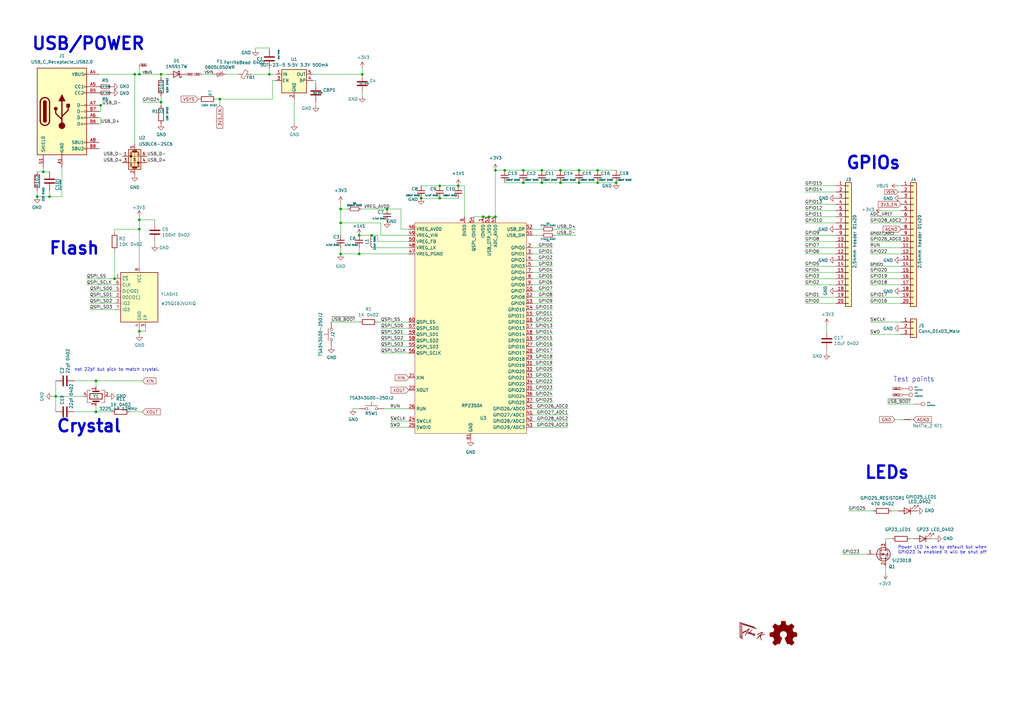
<source format=kicad_sch>
(kicad_sch (version 20231120) (generator "eeschema") (generator_version "8.0")
  (paper "A3")
  (title_block (title "EnvOpenPico") (date "2020-12-18") (company "Envious.Design"))
  (junction (at 57.15 30.48))
  (junction (at 198.12 88.9))
  (junction (at 139.7 104.14))
  (junction (at 237.49 69.85))
  (junction (at 187.96 76.2))
  (junction (at 139.7 91.44))
  (junction (at 237.49 74.93))
  (junction (at 39.37 156.21))
  (junction (at 57.15 90.17))
  (junction (at 229.87 74.93))
  (junction (at 66.04 41.91))
  (junction (at 15.24 80.645))
  (junction (at 20.32 80.645))
  (junction (at 203.2 69.85))
  (junction (at 180.34 81.28))
  (junction (at 57.15 135.89))
  (junction (at 152.4 96.52))
  (junction (at 22.86 162.56))
  (junction (at 180.34 76.2))
  (junction (at 66.04 30.48))
  (junction (at 139.7 85.725))
  (junction (at 41.275 43.18))
  (junction (at 222.25 69.85))
  (junction (at 245.11 69.85))
  (junction (at 229.87 69.85))
  (junction (at 214.63 69.85))
  (junction (at 252.73 74.93))
  (junction (at 147.32 96.52))
  (junction (at 148.59 30.48))
  (junction (at 158.75 85.725))
  (junction (at 39.37 168.91))
  (junction (at 46.99 114.3))
  (junction (at 245.11 74.93))
  (junction (at 207.01 69.85))
  (junction (at 90.17 40.64))
  (junction (at 17.78 70.485))
  (junction (at 55.245 30.48))
  (junction (at 214.63 74.93))
  (junction (at 222.25 74.93))
  (junction (at 172.72 81.28))
  (junction (at 147.32 104.14))
  (junction (at 203.2 88.9))
  (junction (at 110.49 30.48))
  (junction (at 200.66 88.9))
  (junction (at 57.15 93.98))
  (wire (pts (xy 139.7 83.185) (xy 139.7 85.725)))
  (wire (pts (xy 41.275 50.8) (xy 40.64 50.8)))
  (wire (pts (xy 147.32 104.14) (xy 167.64 104.14)))
  (wire (pts (xy 342.9 86.36) (xy 330.2 86.36)))
  (wire (pts (xy 66.04 41.91) (xy 66.04 43.18)))
  (wire (pts (xy 342.9 76.2) (xy 330.2 76.2)))
  (wire (pts (xy 226.695 165.1) (xy 218.44 165.1)))
  (wire (pts (xy 374.65 220.98) (xy 373.38 220.98)))
  (wire (pts (xy 22.86 162.56) (xy 21.59 162.56)))
  (wire (pts (xy 156.21 91.44) (xy 139.7 91.44)))
  (wire (pts (xy 358.14 209.55) (xy 347.98 209.55)))
  (wire (pts (xy 139.7 85.725) (xy 139.7 91.44)))
  (wire (pts (xy 57.15 93.98) (xy 57.15 109.22)))
  (wire (pts (xy 167.64 144.78) (xy 156.21 144.78)))
  (wire (pts (xy 148.59 27.94) (xy 148.59 30.48)))
  (wire (pts (xy 214.63 69.85) (xy 222.25 69.85)))
  (wire (pts (xy 382.27 220.98) (xy 383.54 220.98)))
  (wire (pts (xy 46.99 95.25) (xy 46.99 93.98)))
  (wire (pts (xy 46.99 127) (xy 36.83 127)))
  (wire (pts (xy 218.44 172.72) (xy 233.045 172.72)))
  (wire (pts (xy 46.99 119.38) (xy 36.83 119.38)))
  (wire (pts (xy 369.57 91.44) (xy 356.87 91.44)))
  (wire (pts (xy 90.17 40.64) (xy 90.17 43.18)))
  (wire (pts (xy 363.22 220.98) (xy 365.76 220.98)))
  (wire (pts (xy 110.49 19.685) (xy 110.49 20.32)))
  (wire (pts (xy 363.855 165.735) (xy 375.285 165.735)))
  (wire (pts (xy 330.2 109.22) (xy 342.9 109.22)))
  (wire (pts (xy 63.5 99.06) (xy 63.5 100.33)))
  (wire (pts (xy 39.37 156.21) (xy 58.42 156.21)))
  (wire (pts (xy 226.695 132.08) (xy 218.44 132.08)))
  (wire (pts (xy 172.72 76.2) (xy 180.34 76.2)))
  (wire (pts (xy 369.57 78.74) (xy 368.3 78.74)))
  (wire (pts (xy 226.695 111.76) (xy 218.44 111.76)))
  (wire (pts (xy 226.695 154.94) (xy 218.44 154.94)))
  (wire (pts (xy 226.695 109.22) (xy 218.44 109.22)))
  (wire (pts (xy 342.9 88.9) (xy 330.2 88.9)))
  (wire (pts (xy 342.9 96.52) (xy 330.2 96.52)))
  (wire (pts (xy 129.54 34.29) (xy 129.54 33.02)))
  (wire (pts (xy 369.57 172.085) (xy 367.03 172.085)))
  (wire (pts (xy 342.9 99.06) (xy 330.2 99.06)))
  (wire (pts (xy 330.2 91.44) (xy 342.9 91.44)))
  (wire (pts (xy 226.695 160.02) (xy 218.44 160.02)))
  (wire (pts (xy 187.96 76.2) (xy 190.5 76.2)))
  (wire (pts (xy 110.49 30.48) (xy 113.03 30.48)))
  (wire (pts (xy 198.12 88.9) (xy 194.31 88.9)))
  (wire (pts (xy 17.78 70.485) (xy 15.24 70.485)))
  (wire (pts (xy 342.9 83.82) (xy 330.2 83.82)))
  (wire (pts (xy 222.25 96.52) (xy 218.44 96.52)))
  (wire (pts (xy 120.65 40.64) (xy 120.65 50.8)))
  (wire (pts (xy 41.275 48.26) (xy 40.64 48.26)))
  (wire (pts (xy 139.7 104.14) (xy 147.32 104.14)))
  (wire (pts (xy 342.9 121.92) (xy 330.2 121.92)))
  (wire (pts (xy 356.87 137.16) (xy 369.57 137.16)))
  (wire (pts (xy 203.2 69.85) (xy 203.2 88.9)))
  (wire (pts (xy 365.76 209.55) (xy 368.3 209.55)))
  (wire (pts (xy 22.86 168.91) (xy 22.86 162.56)))
  (wire (pts (xy 369.57 99.06) (xy 356.87 99.06)))
  (wire (pts (xy 342.9 124.46) (xy 330.2 124.46)))
  (wire (pts (xy 363.22 234.95) (xy 363.22 232.41)))
  (wire (pts (xy 226.695 152.4) (xy 218.44 152.4)))
  (wire (pts (xy 342.9 111.76) (xy 330.2 111.76)))
  (wire (pts (xy 17.78 68.58) (xy 17.78 70.485)))
  (wire (pts (xy 356.87 101.6) (xy 369.57 101.6)))
  (wire (pts (xy 245.11 69.85) (xy 252.73 69.85)))
  (wire (pts (xy 102.87 30.48) (xy 110.49 30.48)))
  (wire (pts (xy 66.04 30.48) (xy 66.04 31.75)))
  (wire (pts (xy 41.275 50.8) (xy 41.275 48.26)))
  (wire (pts (xy 172.72 81.28) (xy 180.34 81.28)))
  (wire (pts (xy 222.25 69.85) (xy 229.87 69.85)))
  (wire (pts (xy 226.695 139.7) (xy 218.44 139.7)))
  (wire (pts (xy 147.32 96.52) (xy 152.4 96.52)))
  (wire (pts (xy 330.2 104.14) (xy 342.9 104.14)))
  (wire (pts (xy 227.33 93.98) (xy 236.22 93.98)))
  (wire (pts (xy 218.44 167.64) (xy 233.045 167.64)))
  (wire (pts (xy 55.245 30.48) (xy 55.245 59.055)))
  (wire (pts (xy 369.57 114.3) (xy 356.87 114.3)))
  (wire (pts (xy 15.24 80.645) (xy 20.32 80.645)))
  (wire (pts (xy 57.15 135.89) (xy 59.69 135.89)))
  (wire (pts (xy 226.695 149.86) (xy 218.44 149.86)))
  (wire (pts (xy 167.64 96.52) (xy 156.21 96.52)))
  (wire (pts (xy 129.54 43.18) (xy 129.54 41.91)))
  (wire (pts (xy 226.695 121.92) (xy 218.44 121.92)))
  (wire (pts (xy 214.63 74.93) (xy 222.25 74.93)))
  (wire (pts (xy 41.275 43.18) (xy 41.91 43.18)))
  (wire (pts (xy 226.695 142.24) (xy 218.44 142.24)))
  (wire (pts (xy 147.955 85.725) (xy 158.75 85.725)))
  (wire (pts (xy 200.66 88.9) (xy 198.12 88.9)))
  (wire (pts (xy 226.695 124.46) (xy 218.44 124.46)))
  (wire (pts (xy 111.76 33.02) (xy 113.03 33.02)))
  (wire (pts (xy 226.695 129.54) (xy 218.44 129.54)))
  (wire (pts (xy 167.64 137.16) (xy 156.21 137.16)))
  (wire (pts (xy 180.34 76.2) (xy 187.96 76.2)))
  (wire (pts (xy 35.56 116.84) (xy 46.99 116.84)))
  (wire (pts (xy 190.5 76.2) (xy 190.5 88.9)))
  (wire (pts (xy 207.01 74.93) (xy 214.63 74.93)))
  (wire (pts (xy 167.64 142.24) (xy 156.21 142.24)))
  (wire (pts (xy 226.695 157.48) (xy 218.44 157.48)))
  (wire (pts (xy 369.57 111.76) (xy 356.87 111.76)))
  (wire (pts (xy 229.87 69.85) (xy 237.49 69.85)))
  (wire (pts (xy 226.695 127) (xy 218.44 127)))
  (wire (pts (xy 369.57 109.22) (xy 356.87 109.22)))
  (wire (pts (xy 227.33 96.52) (xy 236.22 96.52)))
  (wire (pts (xy 167.64 99.06) (xy 154.94 99.06)))
  (wire (pts (xy 30.48 156.21) (xy 39.37 156.21)))
  (wire (pts (xy 226.695 104.14) (xy 218.44 104.14)))
  (wire (pts (xy 180.34 81.28) (xy 187.96 81.28)))
  (wire (pts (xy 110.49 27.94) (xy 110.49 30.48)))
  (wire (pts (xy 104.775 19.685) (xy 104.775 20.32)))
  (wire (pts (xy 41.275 43.18) (xy 40.64 43.18)))
  (wire (pts (xy 203.2 69.85) (xy 207.01 69.85)))
  (wire (pts (xy 339.09 133.35) (xy 339.09 135.89)))
  (wire (pts (xy 226.695 101.6) (xy 218.44 101.6)))
  (wire (pts (xy 154.94 96.52) (xy 152.4 96.52)))
  (wire (pts (xy 342.9 114.3) (xy 330.2 114.3)))
  (wire (pts (xy 45.72 168.91) (xy 39.37 168.91)))
  (wire (pts (xy 226.695 114.3) (xy 218.44 114.3)))
  (wire (pts (xy 57.15 30.48) (xy 66.04 30.48)))
  (wire (pts (xy 46.99 93.98) (xy 57.15 93.98)))
  (wire (pts (xy 40.64 30.48) (xy 55.245 30.48)))
  (wire (pts (xy 158.75 85.725) (xy 164.465 85.725)))
  (wire (pts (xy 368.3 76.2) (xy 369.57 76.2)))
  (wire (pts (xy 66.04 39.37) (xy 66.04 41.91)))
  (wire (pts (xy 369.57 116.84) (xy 356.87 116.84)))
  (wire (pts (xy 203.2 88.9) (xy 200.66 88.9)))
  (wire (pts (xy 17.78 70.485) (xy 20.32 70.485)))
  (wire (pts (xy 156.21 96.52) (xy 156.21 91.44)))
  (wire (pts (xy 41.275 45.72) (xy 40.64 45.72)))
  (wire (pts (xy 111.76 33.02) (xy 111.76 40.64)))
  (wire (pts (xy 160.02 172.72) (xy 167.64 172.72)))
  (wire (pts (xy 342.9 101.6) (xy 330.2 101.6)))
  (wire (pts (xy 218.44 175.26) (xy 233.045 175.26)))
  (wire (pts (xy 226.695 137.16) (xy 218.44 137.16)))
  (wire (pts (xy 156.21 134.62) (xy 167.64 134.62)))
  (wire (pts (xy 245.11 74.93) (xy 252.73 74.93)))
  (wire (pts (xy 39.37 168.91) (xy 39.37 166.37)))
  (wire (pts (xy 58.42 41.91) (xy 66.04 41.91)))
  (wire (pts (xy 229.87 74.93) (xy 237.49 74.93)))
  (wire (pts (xy 218.44 170.18) (xy 233.045 170.18)))
  (wire (pts (xy 222.25 74.93) (xy 229.87 74.93)))
  (wire (pts (xy 59.69 135.89) (xy 59.69 134.62)))
  (wire (pts (xy 226.695 116.84) (xy 218.44 116.84)))
  (wire (pts (xy 46.99 102.87) (xy 46.99 114.3)))
  (wire (pts (xy 237.49 69.85) (xy 245.11 69.85)))
  (wire (pts (xy 237.49 74.93) (xy 245.11 74.93)))
  (wire (pts (xy 39.37 168.91) (xy 30.48 168.91)))
  (wire (pts (xy 57.15 90.17) (xy 57.15 93.98)))
  (wire (pts (xy 152.4 101.6) (xy 167.64 101.6)))
  (wire (pts (xy 15.24 78.105) (xy 15.24 80.645)))
  (wire (pts (xy 129.54 33.02) (xy 128.27 33.02)))
  (wire (pts (xy 157.48 167.64) (xy 167.64 167.64)))
  (wire (pts (xy 90.17 40.64) (xy 111.76 40.64)))
  (wire (pts (xy 369.57 124.46) (xy 356.87 124.46)))
  (wire (pts (xy 361.95 86.36) (xy 369.57 86.36)))
  (wire (pts (xy 82.55 30.48) (xy 87.63 30.48)))
  (wire (pts (xy 369.57 88.9) (xy 356.87 88.9)))
  (wire (pts (xy 363.22 222.25) (xy 363.22 220.98)))
  (wire (pts (xy 369.57 96.52) (xy 356.87 96.52)))
  (wire (pts (xy 57.15 88.9) (xy 57.15 90.17)))
  (wire (pts (xy 207.01 69.85) (xy 214.63 69.85)))
  (wire (pts (xy 226.695 134.62) (xy 218.44 134.62)))
  (wire (pts (xy 104.775 19.685) (xy 110.49 19.685)))
  (wire (pts (xy 22.86 162.56) (xy 22.86 156.21)))
  (wire (pts (xy 139.7 101.6) (xy 139.7 104.14)))
  (wire (pts (xy 139.7 85.725) (xy 142.875 85.725)))
  (wire (pts (xy 147.32 101.6) (xy 147.32 104.14)))
  (wire (pts (xy 222.25 93.98) (xy 218.44 93.98)))
  (wire (pts (xy 22.86 162.56) (xy 34.29 162.56)))
  (wire (pts (xy 226.695 147.32) (xy 218.44 147.32)))
  (wire (pts (xy 156.21 139.7) (xy 167.64 139.7)))
  (wire (pts (xy 226.695 162.56) (xy 218.44 162.56)))
  (wire (pts (xy 41.275 43.18) (xy 41.275 45.72)))
  (wire (pts (xy 39.37 158.75) (xy 39.37 156.21)))
  (wire (pts (xy 88.9 40.64) (xy 90.17 40.64)))
  (wire (pts (xy 226.695 106.68) (xy 218.44 106.68)))
  (wire (pts (xy 369.57 121.92) (xy 356.87 121.92)))
  (wire (pts (xy 369.57 132.08) (xy 356.87 132.08)))
  (wire (pts (xy 345.44 227.33) (xy 355.6 227.33)))
  (wire (pts (xy 66.04 30.48) (xy 68.58 30.48)))
  (wire (pts (xy 25.4 80.645) (xy 20.32 80.645)))
  (wire (pts (xy 57.15 135.89) (xy 57.15 137.16)))
  (wire (pts (xy 63.5 91.44) (xy 63.5 90.17)))
  (wire (pts (xy 25.4 68.58) (xy 25.4 80.645)))
  (wire (pts (xy 36.83 121.92) (xy 46.99 121.92)))
  (wire (pts (xy 342.9 116.84) (xy 330.2 116.84)))
  (wire (pts (xy 53.34 168.91) (xy 58.42 168.91)))
  (wire (pts (xy 154.94 99.06) (xy 154.94 96.52)))
  (wire (pts (xy 369.57 104.14) (xy 356.87 104.14)))
  (wire (pts (xy 226.695 144.78) (xy 218.44 144.78)))
  (wire (pts (xy 339.09 143.51) (xy 339.09 144.78)))
  (wire (pts (xy 92.71 30.48) (xy 97.79 30.48)))
  (wire (pts (xy 226.695 119.38) (xy 218.44 119.38)))
  (wire (pts (xy 55.245 30.48) (xy 57.15 30.48)))
  (wire (pts (xy 342.9 78.74) (xy 330.2 78.74)))
  (wire (pts (xy 57.15 30.48) (xy 57.15 26.67)))
  (wire (pts (xy 160.02 175.26) (xy 167.64 175.26)))
  (wire (pts (xy 148.59 38.1) (xy 148.59 39.37)))
  (wire (pts (xy 57.15 135.89) (xy 57.15 134.62)))
  (wire (pts (xy 154.94 132.08) (xy 167.64 132.08)))
  (wire (pts (xy 63.5 90.17) (xy 57.15 90.17)))
  (wire (pts (xy 35.56 114.3) (xy 46.99 114.3)))
  (wire (pts (xy 147.32 167.64) (xy 144.78 167.64)))
  (wire (pts (xy 139.7 91.44) (xy 139.7 96.52)))
  (wire (pts (xy 164.465 93.98) (xy 167.64 93.98)))
  (wire (pts (xy 46.99 124.46) (xy 36.83 124.46)))
  (wire (pts (xy 164.465 85.725) (xy 164.465 93.98)))
  (wire (pts (xy 128.27 30.48) (xy 148.59 30.48)))
  (wire (pts (xy 135.89 132.08) (xy 147.32 132.08)))
  (wire (pts (xy 20.32 78.105) (xy 20.32 80.645)))
  (text "Power LED is on by default but when\nGPIO23 is enabled it will be shut off" (at 368.3 227.33 0) (effects (font (size 1.27 1.27)) (justify left bottom)))
  (text "GPIOs" (at 346.71 69.85 0) (effects (font (size 5.0038 5.0038) (thickness 1.0008) (bold yes)) (justify left bottom)))
  (text "USB/POWER" (at 12.7 20.955 0) (effects (font (size 5.0038 5.0038) (thickness 1.0008) (bold yes)) (justify left bottom)))
  (text "Flash" (at 19.812 104.902 0) (effects (font (size 5.0038 5.0038) (thickness 1.0008) (bold yes)) (justify left bottom)))
  (text "not 22pf but pick to match crystal." (at 30.48 152.4 0) (effects (font (size 1.27 1.27)) (justify left bottom)))
  (text "Test points" (at 366.395 156.845 0) (effects (font (size 2 2)) (justify left bottom)))
  (text "LEDs" (at 354.33 196.85 0) (effects (font (size 5.0038 5.0038) (thickness 1.0008) (bold yes)) (justify left bottom)))
  (text "Crystal" (at 22.86 177.8 0) (effects (font (size 5.0038 5.0038) (thickness 1.0008) (bold yes)) (justify left bottom)))
  (label "QSPI_SD2" (at 156.21 139.7 0))
  (label "GPIO0" (at 330.2 124.46 0))
  (label "ADC_VREF" (at 356.87 88.9 0))
  (label "GPIO3" (at 226.695 109.22 180))
  (label "USB_D-" (at 50.165 64.135 180))
  (label "GPIO5" (at 330.2 109.22 0))
  (label "GPIO24" (at 58.42 41.91 0))
  (label "GPIO9" (at 226.695 124.46 180))
  (label "QSPI_SS" (at 156.21 132.08 0))
  (label "GPIO17" (at 356.87 121.92 0))
  (label "GPIO2" (at 330.2 116.84 0))
  (label "QSPI_SD3" (at 156.21 142.24 0))
  (label "GPIO5" (at 226.695 114.3 180))
  (label "GPIO4" (at 226.695 111.76 180))
  (label "GPIO26_ADC0" (at 356.87 99.06 0))
  (label "~{USB_BOOT}" (at 135.89 132.08 0))
  (label "GPIO28_ADC2" (at 356.87 91.44 0))
  (label "GPIO1" (at 330.2 121.92 0))
  (label "GPIO16" (at 356.87 124.46 0))
  (label "GPIO17" (at 226.695 144.78 180))
  (label "GPIO7" (at 330.2 101.6 0))
  (label "GPIO11" (at 226.695 129.54 180))
  (label "GPIO15" (at 330.2 76.2 0))
  (label "QSPI_SS" (at 35.56 114.3 0))
  (label "GPIO18" (at 226.695 147.32 180))
  (label "GPIO8" (at 226.695 121.92 180))
  (label "GPIO29_ADC3" (at 233.045 175.26 180))
  (label "GPIO13" (at 330.2 83.82 0))
  (label "SWD" (at 160.02 175.26 0))
  (label "GPIO23" (at 226.695 160.02 180))
  (label "VBUS" (at 58.42 30.48 0) (effects (font (size 0.9906 0.9906))))
  (label "GPIO14" (at 226.695 137.16 180))
  (label "QSPI_SCLK" (at 156.21 144.78 0))
  (label "GPIO9" (at 330.2 96.52 0))
  (label "USB_D+" (at 236.22 93.98 180))
  (label "GPIO2" (at 226.695 106.68 180))
  (label "QSPI_SD1" (at 156.21 137.16 0))
  (label "VSYS" (at 83.82 30.48 0) (effects (font (size 0.9906 0.9906))))
  (label "GPIO6" (at 330.2 104.14 0))
  (label "GPIO22" (at 356.87 104.14 0))
  (label "USB_D-" (at 41.91 43.18 0))
  (label "SWD" (at 356.87 137.16 0))
  (label "GPIO19" (at 356.87 114.3 0))
  (label "GPIO13" (at 226.695 134.62 180))
  (label "GPIO18" (at 356.87 116.84 0))
  (label "GPIO22" (at 226.695 157.48 180))
  (label "GPIO20" (at 226.695 152.4 180))
  (label "QSPI_SD1" (at 36.83 121.92 0))
  (label "GPIO25" (at 226.695 165.1 180))
  (label "QSPI_SD3" (at 36.83 127 0))
  (label "GPIO4" (at 330.2 111.76 0))
  (label "VREG_AVDD" (at 149.225 85.725 0))
  (label "GPIO21" (at 226.695 154.94 180))
  (label "GPIO19" (at 226.695 149.86 180))
  (label "GPIO23" (at 345.44 227.33 0))
  (label "GPIO28_ADC2" (at 233.045 172.72 180))
  (label "QSPI_SD2" (at 36.83 124.46 0))
  (label "GPIO10" (at 330.2 91.44 0))
  (label "GPIO24" (at 226.695 162.56 180))
  (label "RUN" (at 160.02 167.64 0))
  (label "~{USB_BOOT}" (at 363.855 165.735 0))
  (label "GPIO25" (at 347.98 209.55 0))
  (label "USB_D+" (at 41.275 50.8 0))
  (label "RUN" (at 356.87 101.6 0))
  (label "SWCLK" (at 356.87 132.08 0))
  (label "GPIO12" (at 226.695 132.08 180))
  (label "QSPI_SCLK" (at 35.56 116.84 0))
  (label "USB_D+" (at 50.165 66.675 180))
  (label "GPIO27_ADC1" (at 356.87 96.52 0) (effects (font (size 0.9906 0.9906))))
  (label "GPIO7" (at 226.695 119.38 180))
  (label "GPIO12" (at 330.2 86.36 0))
  (label "GPIO8" (at 330.2 99.06 0))
  (label "USB_D-" (at 236.22 96.52 180))
  (label "GPIO14" (at 330.2 78.74 0))
  (label "GPIO16" (at 226.695 142.24 180))
  (label "GPIO15" (at 226.695 139.7 180))
  (label "USB_D+" (at 60.325 66.675 0))
  (label "USB_D-" (at 60.325 64.135 0))
  (label "GPIO11" (at 330.2 88.9 0))
  (label "GPIO10" (at 226.695 127 180))
  (label "GPIO1" (at 226.695 104.14 180))
  (label "GPIO0" (at 226.695 101.6 180))
  (label "GPIO21" (at 356.87 109.22 0) (effects (font (size 0.9906 0.9906))))
  (label "GPIO20" (at 356.87 111.76 0))
  (label "SWCLK" (at 160.02 172.72 0))
  (label "QSPI_SD0" (at 156.21 134.62 0))
  (label "GPIO27_ADC1" (at 233.045 170.18 180))
  (label "GPIO3" (at 330.2 114.3 0))
  (label "GPIO6" (at 226.695 116.84 180))
  (label "QSPI_SD0" (at 36.83 119.38 0))
  (label "GPIO26_ADC0" (at 233.045 167.64 180))
  (global_label "XOUT" (shape input) (at 167.64 160.02 180) (property "Intersheetrefs" "${INTERSHEET_REFS}" (effects (hide yes))))
  (global_label "USB_D+" (shape input) (at 370.205 159.385 180) (effects (font (size 0.508 0.508))) (property "Intersheetrefs" "${INTERSHEET_REFS}" (effects (hide yes))))
  (global_label "XIN" (shape input) (at 167.64 154.94 180) (property "Intersheetrefs" "${INTERSHEET_REFS}" (effects (hide yes))))
  (global_label "VSYS" (shape input) (at 81.28 40.64 180) (property "Intersheetrefs" "${INTERSHEET_REFS}" (effects (hide yes))))
  (global_label "AGND" (shape input) (at 369.57 93.98 180) (property "Intersheetrefs" "${INTERSHEET_REFS}" (effects (hide yes))))
  (global_label "GND" (shape input) (at 367.03 172.085 180) (property "Intersheetrefs" "${INTERSHEET_REFS}" (effects (hide yes))))
  (global_label "USB_D-" (shape input) (at 370.205 161.925 180) (effects (font (size 0.508 0.508))) (property "Intersheetrefs" "${INTERSHEET_REFS}" (effects (hide yes))))
  (global_label "VSYS" (shape input) (at 76.2 30.48 0) (effects (font (size 0.508 0.508))) (property "Intersheetrefs" "${INTERSHEET_REFS}" (effects (hide yes))))
  (global_label "AGND" (shape input) (at 374.65 172.085 0) (property "Intersheetrefs" "${INTERSHEET_REFS}" (effects (hide yes))))
  (global_label "VSYS" (shape input) (at 82.55 30.48 180) (effects (font (size 0.508 0.508))) (property "Intersheetrefs" "${INTERSHEET_REFS}" (effects (hide yes))))
  (global_label "XIN" (shape input) (at 58.42 156.21 0) (property "Intersheetrefs" "${INTERSHEET_REFS}" (effects (hide yes))))
  (global_label "3V3_EN" (shape input) (at 90.17 43.18 270) (property "Intersheetrefs" "${INTERSHEET_REFS}" (effects (hide yes))))
  (global_label "3V3_EN" (shape input) (at 369.57 83.82 180) (property "Intersheetrefs" "${INTERSHEET_REFS}" (effects (hide yes))))
  (global_label "XOUT" (shape input) (at 58.42 168.91 0) (property "Intersheetrefs" "${INTERSHEET_REFS}" (effects (hide yes))))
  (global_label "VBUS" (shape input) (at 57.15 26.67 0) (effects (font (size 0.508 0.508))) (property "Intersheetrefs" "${INTERSHEET_REFS}" (effects (hide yes))))
  (global_label "VSYS" (shape input) (at 368.3 78.74 180) (effects (font (size 0.9906 0.9906))) (property "Intersheetrefs" "${INTERSHEET_REFS}" (effects (hide yes))))
  (symbol (lib_id "Device:C") (at 26.67 156.21 90) (unit 1)
    (property "Reference" "C2" (at 25.5016 153.289 0) (effects (justify left)))
    (property "Value" "22pf 0402" (at 27.813 153.289 0) (effects (justify left)))
    (property "Footprint" "Capacitor_SMD:C_0402_1005Metric" (effects (hide yes)))
    (property "LCSC" " " (effects (hide yes)))
  )
  (symbol (lib_id "power:GND") (at 342.9 119.38 270) (mirror x) (unit 1)
    (property "Reference" "#PWR020" (effects (hide yes)))
    (property "Value" "GND" (at 338.5058 119.253 0))
  )
  (symbol (lib_id "power:VBUS") (at 368.3 76.2 90) (unit 1)
    (property "Reference" "#PWR03" (effects (hide yes)))
    (property "Value" "VBUS" (at 361.95 76.2 90))
  )
  (symbol (lib_id "power:+3V3") (at 148.59 27.94 0) (unit 1)
    (property "Reference" "#PWR09" (effects (hide yes)))
    (property "Value" "+3V3" (at 148.971 23.5458 0))
  )
  (symbol (lib_id "Device:C") (at 110.49 24.13 180) (unit 1)
    (property "Reference" "C1" (at 107.95 24.13 0) (effects (justify left)))
    (property "Value" "10uf 0402" (at 114.3 20.32 90) (effects (font (size 0.508 0.508)) (justify left)))
    (property "Footprint" "Capacitor_SMD:C_0402_1005Metric" (effects (hide yes)))
    (property "LCSC" " " (effects (hide yes)))
  )
  (symbol (lib_id "power:GND") (at 104.775 20.32 0) (unit 1)
    (property "Reference" "#PWR04" (effects (hide yes)))
    (property "Value" "GND" (at 100.965 21.59 0))
  )
  (symbol (lib_id "power:+3V3") (at 339.09 133.35 0) (unit 1)
    (property "Reference" "#PWR024" (effects (hide yes)))
    (property "Value" "+3V3" (at 339.471 128.9558 0))
  )
  (symbol (lib_id "Device:C") (at 339.09 139.7 0) (unit 1)
    (property "Reference" "C17" (at 342.011 138.5316 0) (effects (justify left)))
    (property "Value" "10uf 0402" (at 342.011 140.843 0) (effects (justify left)))
    (property "Footprint" "Capacitor_SMD:C_0402_1005Metric" (effects (hide yes)))
    (property "LCSC" " " (effects (hide yes)))
  )
  (symbol (lib_id "power:GND") (at 339.09 144.78 0) (unit 1)
    (property "Reference" "#PWR025" (effects (hide yes)))
    (property "Value" "GND" (at 335.28 146.05 0))
  )
  (symbol (lib_id "Connector_Generic:Conn_01x20") (at 374.65 99.06 0) (unit 1)
    (property "Reference" "J4" (at 374.65 73.66 0))
    (property "Value" "2.54mm header 01x20" (at 377.19 99.06 90))
    (property "Footprint" "Connector_PinHeader_2.54mm:PinHeader_1x20_P2.54mm_Vertical" (effects (hide yes)))
    (property "LCSC" " " (effects (hide yes)))
  )
  (symbol (lib_id "Connector_Generic:Conn_01x20") (at 347.98 99.06 0) (unit 1)
    (property "Reference" "J3" (at 347.98 73.66 0))
    (property "Value" "2.54mm header 01x20" (at 350.52 99.06 90))
    (property "Footprint" "Connector_PinHeader_2.54mm:PinHeader_1x20_P2.54mm_Vertical" (effects (hide yes)))
    (property "LCSC" " " (effects (hide yes)))
  )
  (symbol (lib_id "logo:LOGO") (at 308.61 259.08 0) (unit 1)
    (property "Reference" "#G1" (effects (hide yes)))
    (property "Value" "LOGO" (effects (hide yes)))
    (property "Footprint" "EnvExtras:logo" (effects (hide yes)))
  )
  (symbol (lib_id "Graphic:Logo_Open_Hardware_Small") (at 321.31 260.35 0) (unit 1)
    (property "Reference" "#LOGO1" (effects (hide yes)))
    (property "Value" "Logo_Open_Hardware_Small" (effects (hide yes)))
    (property "Footprint" "EnvExtras:logo" (effects (hide yes)))
  )
  (symbol (lib_id "Device:R") (at 85.09 40.64 270) (unit 1)
    (property "Reference" "R7" (at 86.36 36.83 0) (effects (justify left)))
    (property "Value" "100K 0402" (at 82.55 43.18 90) (effects (font (size 0.762 0.762)) (justify left)))
    (property "Footprint" "Resistor_SMD:R_0402_1005Metric" (effects (hide yes)))
    (property "LCSC" " " (effects (hide yes)))
  )
  (symbol (lib_id "Device:R_Small") (at 43.18 38.1 270) (mirror x) (unit 1)
    (property "Reference" "R6" (at 43.18 40.64 90))
    (property "Value" "5.1K 0402" (at 43.18 38.1 90) (effects (font (size 0.508 0.508))))
    (property "Footprint" "Resistor_SMD:R_0402_1005Metric" (effects (hide yes)))
    (property "LCSC" " " (effects (hide yes)))
  )
  (symbol (lib_id "Device:R_Small") (at 43.18 35.56 270) (unit 1)
    (property "Reference" "R5" (at 43.18 33.02 90))
    (property "Value" "5.1K 0402" (at 43.18 35.56 90) (effects (font (size 0.508 0.508))))
    (property "Footprint" "Resistor_SMD:R_0402_1005Metric" (effects (hide yes)))
    (property "LCSC" " " (effects (hide yes)))
  )
  (symbol (lib_id "power:GND") (at 45.72 35.56 90) (unit 1)
    (property "Reference" "#PWR0108" (effects (hide yes)))
    (property "Value" "GND" (at 48.9712 35.433 90) (effects (justify right)))
  )
  (symbol (lib_id "power:GND") (at 45.72 38.1 90) (mirror x) (unit 1)
    (property "Reference" "#PWR0109" (effects (hide yes)))
    (property "Value" "GND" (at 48.9712 38.227 90) (effects (justify right)))
  )
  (symbol (lib_id "power:GND") (at 21.59 162.56 270) (unit 1)
    (property "Reference" "#PWR0107" (effects (hide yes)))
    (property "Value" "GND" (at 17.1958 162.687 0))
  )
  (symbol (lib_id "power:GND") (at 342.9 81.28 270) (unit 1)
    (property "Reference" "#PWR0102" (effects (hide yes)))
    (property "Value" "GND" (at 337.82 81.28 90))
  )
  (symbol (lib_id "power:GND") (at 342.9 93.98 270) (unit 1)
    (property "Reference" "#PWR0103" (effects (hide yes)))
    (property "Value" "GND" (at 339.6488 94.107 90) (effects (justify right)))
  )
  (symbol (lib_id "power:GND") (at 342.9 106.68 270) (unit 1)
    (property "Reference" "#PWR0104" (effects (hide yes)))
    (property "Value" "GND" (at 339.6488 106.807 90) (effects (justify right)))
  )
  (symbol (lib_id "power:+3V3") (at 361.95 86.36 90) (unit 1)
    (property "Reference" "#PWR029" (effects (hide yes)))
    (property "Value" "+3V3" (at 358.6988 85.979 90) (effects (justify left)))
  )
  (symbol (lib_id "power:GND") (at 369.57 106.68 270) (unit 1)
    (property "Reference" "#PWR031" (effects (hide yes)))
    (property "Value" "GND" (at 366.3188 106.807 90) (effects (justify right)))
  )
  (symbol (lib_id "power:GND") (at 369.57 119.38 270) (unit 1)
    (property "Reference" "#PWR032" (effects (hide yes)))
    (property "Value" "GND" (at 366.3188 119.507 90) (effects (justify right)))
  )
  (symbol (lib_id "Device:R") (at 361.95 209.55 270) (unit 1)
    (property "Reference" "GPIO25_RESISTOR1" (at 361.95 204.2922 90))
    (property "Value" "470 0402" (at 361.95 206.6036 90))
    (property "Footprint" "Resistor_SMD:R_0402_1005Metric" (effects (hide yes)))
    (property "LCSC" " " (effects (hide yes)))
  )
  (symbol (lib_id "Device:LED") (at 372.11 209.55 180) (unit 1)
    (property "Reference" "GPIO25_LED1" (at 377.825 203.835 0))
    (property "Value" "LED_0402" (at 377.19 205.74 0))
    (property "Footprint" "LED_SMD:LED_0402_1005Metric" (effects (hide yes)))
    (property "LCSC" " " (effects (hide yes)))
  )
  (symbol (lib_id "power:GND") (at 375.92 209.55 90) (unit 1)
    (property "Reference" "#PWR033" (effects (hide yes)))
    (property "Value" "GND" (at 379.1712 209.423 90) (effects (justify right)))
  )
  (symbol (lib_id "Connector_Generic:Conn_01x03") (at 374.65 134.62 0) (unit 1)
    (property "Reference" "J5" (at 376.682 133.5532 0) (effects (justify left)))
    (property "Value" "Conn_01x03_Male" (at 376.682 135.8646 0) (effects (justify left)))
    (property "Footprint" "Connector_PinHeader_2.54mm:PinHeader_1x03_P2.54mm_Vertical" (effects (hide yes)))
    (property "LCSC" " " (effects (hide yes)))
  )
  (symbol (lib_id "power:GND") (at 369.57 134.62 270) (unit 1)
    (property "Reference" "#PWR034" (effects (hide yes)))
    (property "Value" "GND" (at 366.3188 134.747 90) (effects (justify right)))
  )
  (symbol (lib_id "power:GND") (at 120.65 50.8 0) (unit 1)
    (property "Reference" "#PWR05" (effects (hide yes)))
    (property "Value" "GND" (at 120.777 55.1942 0))
  )
  (symbol (lib_id "Connector:TestPoint") (at 370.205 159.385 270) (unit 1)
    (property "Reference" "TP1" (at 374.9802 158.8262 90) (effects (font (size 0.508 0.508)) (justify left)))
    (property "Value" "TestPoint" (at 374.9802 159.9184 90) (effects (font (size 0.508 0.508)) (justify left)))
    (property "Footprint" "EnvExtras:CustomTestPoint" (effects (hide yes)))
    (property "LCSC" " " (effects (hide yes)))
  )
  (symbol (lib_id "Connector:TestPoint") (at 370.205 161.925 270) (unit 1)
    (property "Reference" "TP2" (at 374.9802 161.3662 90) (effects (font (size 0.508 0.508)) (justify left)))
    (property "Value" "TestPoint" (at 374.9802 162.4584 90) (effects (font (size 0.508 0.508)) (justify left)))
    (property "Footprint" "EnvExtras:CustomTestPoint" (effects (hide yes)))
    (property "LCSC" " " (effects (hide yes)))
  )
  (symbol (lib_id "Device:D_Schottky") (at 72.39 30.48 180) (unit 1)
    (property "Reference" "D1" (at 72.39 24.9682 0))
    (property "Value" "1N5917W" (at 72.39 27.2796 0))
    (property "Footprint" "Diode_SMD:D_SOD-123" (effects (hide yes)))
    (property "LCSC" " " (effects (hide yes)))
  )
  (symbol (lib_id "Device:C") (at 148.59 34.29 0) (unit 1)
    (property "Reference" "C4" (at 151.511 33.1216 0) (effects (justify left)))
    (property "Value" "10uf 0402" (at 147.32 34.29 0) (effects (font (size 0.508 0.508)) (justify left)))
    (property "Footprint" "Capacitor_SMD:C_0402_1005Metric" (effects (hide yes)))
    (property "LCSC" " " (effects (hide yes)))
  )
  (symbol (lib_id "power:GND") (at 148.59 39.37 0) (unit 1)
    (property "Reference" "#PWR0114" (effects (hide yes)))
    (property "Value" "GND" (at 144.78 40.64 0))
  )
  (symbol (lib_id "power:GND") (at 44.45 162.56 90) (unit 1)
    (property "Reference" "#PWR0105" (effects (hide yes)))
    (property "Value" "GND" (at 47.7012 162.433 90) (effects (justify right)))
  )
  (symbol (lib_id "Device:Crystal_GND24") (at 39.37 162.56 270) (unit 1)
    (property "Reference" "Y1" (at 38.1 162.56 90) (effects (justify left)))
    (property "Value" "3225_4P 12MHz" (at 40.64 167.64 90) (effects (justify left)))
    (property "Footprint" "Crystal:Crystal_SMD_3225-4Pin_3.2x2.5mm" (effects (hide yes)))
    (property "LCSC" " " (effects (hide yes)))
  )
  (symbol (lib_id "Device:C") (at 129.54 38.1 0) (unit 1)
    (property "Reference" "CBP1" (at 132.461 36.9316 0) (effects (justify left)))
    (property "Value" "10uf 0402" (at 128.27 38.1 0) (effects (font (size 0.508 0.508)) (justify left)))
    (property "Footprint" "Capacitor_SMD:C_0402_1005Metric" (effects (hide yes)))
    (property "LCSC" " " (effects (hide yes)))
  )
  (symbol (lib_id "power:GND") (at 129.54 43.18 0) (unit 1)
    (property "Reference" "#PWR0110" (effects (hide yes)))
    (property "Value" "GND" (at 125.73 44.45 0))
  )
  (symbol (lib_id "Device:C") (at 26.67 168.91 90) (unit 1)
    (property "Reference" "C19" (at 25.5016 165.989 0) (effects (justify left)))
    (property "Value" "22pf 0402" (at 29.21 167.64 0) (effects (justify left)))
    (property "Footprint" "Capacitor_SMD:C_0402_1005Metric" (effects (hide yes)))
    (property "LCSC" " " (effects (hide yes)))
  )
  (symbol (lib_id "Regulator_Linear:AP131-15") (at 120.65 33.02 0) (unit 1)
    (property "Reference" "U1" (at 120.65 24.3332 0))
    (property "Value" "SOT-23-5 5.5V 3.3V 500mA" (at 120.65 26.6446 0))
    (property "Footprint" "Package_TO_SOT_SMD:SOT-23-5" (effects (hide yes)))
    (property "LCSC" " " (effects (hide yes)))
  )
  (symbol (lib_id "power:GND") (at 369.57 81.28 270) (unit 1)
    (property "Reference" "#PWR0111" (effects (hide yes)))
    (property "Value" "GND" (at 366.3188 81.407 90) (effects (justify right)))
  )
  (symbol (lib_id "Device:R") (at 49.53 168.91 270) (unit 1)
    (property "Reference" "R11" (at 49.53 163.6522 90))
    (property "Value" "1K 0402" (at 49.53 165.9636 90))
    (property "Footprint" "Resistor_SMD:R_0402_1005Metric" (effects (hide yes)))
    (property "LCSC" " " (effects (hide yes)))
  )
  (symbol (lib_id "Transistor_FET:Si2319CDS") (at 360.68 227.33 0) (unit 1)
    (property "Reference" "Q1" (at 364.49 232.41 0) (effects (justify left)))
    (property "Value" "SI2301B" (at 365.76 229.87 0) (effects (justify left)))
    (property "Footprint" "Package_TO_SOT_SMD:SOT-23" (effects (hide yes)))
    (property "Datasheet" "http://www.vishay.com/docs/66709/si2319cd.pdf" (effects (hide yes)))
  )
  (symbol (lib_id "power:+3V3") (at 363.22 234.95 180) (unit 1)
    (property "Reference" "#PWR0117" (effects (hide yes)))
    (property "Value" "+3V3" (at 362.839 239.3442 0))
  )
  (symbol (lib_id "power:GND") (at 383.54 220.98 90) (unit 1)
    (property "Reference" "#PWR0116" (effects (hide yes)))
    (property "Value" "GND" (at 386.7912 220.853 90) (effects (justify right)))
  )
  (symbol (lib_id "Device:R") (at 369.57 220.98 270) (mirror x) (unit 1)
    (property "Reference" "GPIO24_RESISTOR1" (effects (hide yes)))
    (property "Value" "1K 0402" (effects (hide yes)))
    (property "Footprint" "Resistor_SMD:R_0402_1005Metric" (effects (hide yes)))
    (property "LCSC" " " (effects (hide yes)))
  )
  (symbol (lib_id "Device:LED") (at 378.46 220.98 180) (unit 1)
    (property "Reference" "GP23_LED1" (at 368.3 217.17 0))
    (property "Value" "GP23 LED_0402" (at 383.54 217.17 0))
    (property "Footprint" "LED_SMD:LED_0402_1005Metric" (effects (hide yes)))
    (property "LCSC" " " (effects (hide yes)))
  )
  (symbol (lib_id "Device:Polyfuse_Small") (at 90.17 30.48 270) (unit 1)
    (property "Reference" "F1" (at 90.17 25.273 90))
    (property "Value" "0805L050WR" (at 90.17 27.5844 90))
    (property "Footprint" "Fuse:Fuse_0805_2012Metric" (effects (hide yes)))
  )
  (symbol (lib_id "Connector:TestPoint") (at 375.285 165.735 270) (unit 1)
    (property "Reference" "TP3" (at 380.0602 165.1762 90) (effects (font (size 0.508 0.508)) (justify left)))
    (property "Value" "TestPoint" (at 380.0602 166.2684 90) (effects (font (size 0.508 0.508)) (justify left)))
    (property "Footprint" "EnvExtras:CustomTestPoint" (effects (hide yes)))
    (property "LCSC" " " (effects (hide yes)))
  )
  (symbol (lib_name "+3V3_1") (lib_id "power:+3V3") (at 139.7 83.185 0) (unit 1)
    (property "Reference" "#PWR012" (effects (hide yes)))
    (property "Value" "+3V3" (at 139.7 78.105 0))
    (property "Description" "Power symbol creates a global label with name \"+3V3\"" (effects (hide yes)))
  )
  (symbol (lib_id "Device:C_Small") (at 252.73 72.39 0) (mirror y) (unit 1)
    (property "Reference" "C18" (at 254 71.12 0) (effects (justify right)))
    (property "Value" "100nF 0402" (at 253.111 73.787 0) (effects (font (size 0.635 0.635)) (justify right)))
    (property "Footprint" "Capacitor_SMD:C_0402_1005Metric" (effects (hide yes)))
    (property "Description" "Unpolarized capacitor, small symbol" (effects (hide yes)))
  )
  (symbol (lib_id "power:GND") (at 135.89 142.24 0) (unit 1)
    (property "Reference" "#PWR01" (effects (hide yes)))
    (property "Value" "GND" (at 136.017 146.6342 0))
  )
  (symbol (lib_id "power:GND") (at 144.78 167.64 0) (unit 1)
    (property "Reference" "#PWR07" (effects (hide yes)))
    (property "Value" "GND" (at 144.907 172.0342 0))
  )
  (symbol (lib_id "Device:C_Small") (at 229.87 72.39 0) (mirror y) (unit 1)
    (property "Reference" "C14" (at 231.14 71.12 0) (effects (justify right)))
    (property "Value" "100nF 0402" (at 230.251 73.787 0) (effects (font (size 0.635 0.635)) (justify right)))
    (property "Footprint" "Capacitor_SMD:C_0402_1005Metric" (effects (hide yes)))
    (property "Description" "Unpolarized capacitor, small symbol" (effects (hide yes)))
  )
  (symbol (lib_id "Device:C_Small") (at 172.72 78.74 0) (unit 1)
    (property "Reference" "C8" (at 171.45 77.47 0) (effects (justify right)))
    (property "Value" "100nF 0402" (at 172.339 80.137 0) (effects (font (size 0.635 0.635)) (justify right)))
    (property "Footprint" "Capacitor_SMD:C_0402_1005Metric" (effects (hide yes)))
    (property "Description" "Unpolarized capacitor, small symbol" (effects (hide yes)))
  )
  (symbol (lib_id "Device:C_Small") (at 147.32 99.06 0) (unit 1)
    (property "Reference" "C6" (at 146.05 97.79 0) (effects (justify right)))
    (property "Value" "4.7uF 0402" (at 146.939 100.457 0) (effects (font (size 0.635 0.635)) (justify right)))
    (property "Footprint" "Capacitor_SMD:C_0402_1005Metric" (effects (hide yes)))
    (property "Description" "Unpolarized capacitor, small symbol" (effects (hide yes)))
  )
  (symbol (lib_id "rpi-lib-kicad-rp235x:RP2350A") (at 193.04 134.62 0) (unit 1)
    (property "Reference" "U3" (at 196.85 171.45 0) (effects (justify left)))
    (property "Value" "RP2350A" (at 189.23 166.37 0) (effects (justify left)))
    (property "Footprint" "rpi-lib-kicad-rp235x:QFN-60-1EP_7x7mm_P0.4mm_EP3.4x3.4mm_ThermalVias" (effects (hide yes)))
    (property "Datasheet" "https://datasheets.raspberrypi.com/rp2350/rp2350-datasheet.pdf" (effects (hide yes)))
    (property "Description" "A dual-architecture microcontroller by Raspberry Pi" (effects (hide yes)))
  )
  (symbol (lib_id "Device:L_Small") (at 152.4 99.06 0) (mirror y) (unit 1)
    (property "Reference" "L1" (at 150.495 99.06 90))
    (property "Value" "3.3uH 0805" (at 153.67 99.695 90) (effects (font (size 0.635 0.635))))
    (property "Footprint" "Inductor_SMD:L_0805_2012Metric" (effects (hide yes)))
    (property "Description" "Inductor, small symbol" (effects (hide yes)))
  )
  (symbol (lib_id "Device:C_Small") (at 180.34 78.74 0) (unit 1)
    (property "Reference" "C9" (at 179.07 77.47 0) (effects (justify right)))
    (property "Value" "4.7uF 0402" (at 179.959 80.137 0) (effects (font (size 0.635 0.635)) (justify right)))
    (property "Footprint" "Capacitor_SMD:C_0402_1005Metric" (effects (hide yes)))
    (property "Description" "Unpolarized capacitor, small symbol" (effects (hide yes)))
  )
  (symbol (lib_id "Device:C_Small") (at 158.75 88.265 0) (unit 1)
    (property "Reference" "C7" (at 157.48 86.995 0) (effects (justify right)))
    (property "Value" "4.7uF 0402" (at 158.369 89.662 0) (effects (font (size 0.635 0.635)) (justify right)))
    (property "Footprint" "Capacitor_SMD:C_0402_1005Metric" (effects (hide yes)))
    (property "Description" "Unpolarized capacitor, small symbol" (effects (hide yes)))
  )
  (symbol (lib_id "Device:NetTie_2") (at 372.11 172.085 0) (unit 1)
    (property "Reference" "NT1" (at 384.81 174.625 0))
    (property "Value" "NetTie_2" (at 378.46 174.625 0))
    (property "Footprint" "NetTie:NetTie-2_SMD_Pad0.5mm" (effects (hide yes)))
  )
  (symbol (lib_id "Device:C_Small") (at 139.7 99.06 0) (unit 1)
    (property "Reference" "C3" (at 139.319 97.155 0) (effects (justify right)))
    (property "Value" "4.7uF 0402" (at 139.319 100.457 0) (effects (font (size 0.635 0.635)) (justify right)))
    (property "Footprint" "Capacitor_SMD:C_0402_1005Metric" (effects (hide yes)))
    (property "Description" "Unpolarized capacitor, small symbol" (effects (hide yes)))
  )
  (symbol (lib_id "Connector:USB_C_Receptacle_USB2.0") (at 25.4 45.72 0) (unit 1)
    (property "Reference" "J1" (at 25.4 22.86 0))
    (property "Value" "USB_C_Receptacle_USB2.0" (at 25.4 25.4 0))
    (property "Footprint" "Connector_USB:USB_C_Receptacle_HRO_TYPE-C-31-M-12" (effects (hide yes)))
    (property "Datasheet" "https://www.usb.org/sites/default/files/documents/usb_type-c.zip" (effects (hide yes)))
  )
  (symbol (lib_id "Device:R") (at 46.99 99.06 0) (unit 1)
    (property "Reference" "R2" (at 48.768 97.8916 0) (effects (justify left)))
    (property "Value" "10K 0402" (at 48.768 100.203 0) (effects (justify left)))
    (property "Footprint" "Resistor_SMD:R_0402_1005Metric" (effects (hide yes)))
    (property "LCSC" "  " (effects (hide yes)))
  )
  (symbol (lib_id "Device:C") (at 63.5 95.25 0) (unit 1)
    (property "Reference" "C5" (at 66.421 94.0816 0) (effects (justify left)))
    (property "Value" "100nf 0402" (at 66.421 96.393 0) (effects (justify left)))
    (property "Footprint" "Capacitor_SMD:C_0402_1005Metric" (effects (hide yes)))
    (property "LCSC" " " (effects (hide yes)))
  )
  (symbol (lib_id "Device:R") (at 151.13 132.08 270) (unit 1)
    (property "Reference" "R1" (at 151.13 126.8222 90))
    (property "Value" "1K 0402" (at 151.13 129.1336 90))
    (property "Footprint" "Resistor_SMD:R_0402_1005Metric" (effects (hide yes)))
    (property "LCSC" " " (effects (hide yes)))
  )
  (symbol (lib_id "Device:C_Small") (at 207.01 72.39 0) (mirror y) (unit 1)
    (property "Reference" "C13" (at 208.28 71.12 0) (effects (justify right)))
    (property "Value" "100nF 0402" (at 207.391 73.787 0) (effects (font (size 0.635 0.635)) (justify right)))
    (property "Footprint" "Capacitor_SMD:C_0402_1005Metric" (effects (hide yes)))
    (property "Description" "Unpolarized capacitor, small symbol" (effects (hide yes)))
  )
  (symbol (lib_id "power:GND") (at 15.24 80.645 0) (mirror y) (unit 1)
    (property "Reference" "#PWR0120" (effects (hide yes)))
    (property "Value" "GND" (at 15.113 85.0392 0))
  )
  (symbol (lib_id "Device:C_Small") (at 237.49 72.39 0) (mirror y) (unit 1)
    (property "Reference" "C15" (at 238.76 71.12 0) (effects (justify right)))
    (property "Value" "100nF 0402" (at 237.871 73.787 0) (effects (font (size 0.635 0.635)) (justify right)))
    (property "Footprint" "Capacitor_SMD:C_0402_1005Metric" (effects (hide yes)))
    (property "Description" "Unpolarized capacitor, small symbol" (effects (hide yes)))
  )
  (symbol (lib_name "GND_1") (lib_id "power:GND") (at 193.04 180.34 0) (unit 1)
    (property "Reference" "#PWR06" (effects (hide yes)))
    (property "Value" "GND" (at 193.04 185.42 0))
    (property "Description" "Power symbol creates a global label with name \"GND\" , ground" (effects (hide yes)))
  )
  (symbol (lib_id "Memory_Flash:W25Q32JVZP") (at 57.15 121.92 0) (unit 1)
    (property "Reference" "FLASH1" (at 66.04 120.6499 0) (effects (justify left)))
    (property "Value" "W25Q16JVUXIQ" (at 66.04 124.4599 0) (effects (justify left)))
    (property "Footprint" "Package_SON:Winbond_USON-8-1EP_3x2mm_P0.5mm_EP0.2x1.6mm" (effects (hide yes)))
    (property "Datasheet" "http://www.winbond.com/resource-files/w25q32jv%20revg%2003272018%20plus.pdf" (effects (hide yes)))
  )
  (symbol (lib_id "Device:C_Small") (at 222.25 72.39 0) (mirror y) (unit 1)
    (property "Reference" "C11" (at 223.52 71.12 0) (effects (justify right)))
    (property "Value" "100nF 0402" (at 222.631 73.787 0) (effects (font (size 0.635 0.635)) (justify right)))
    (property "Footprint" "Capacitor_SMD:C_0402_1005Metric" (effects (hide yes)))
    (property "Description" "Unpolarized capacitor, small symbol" (effects (hide yes)))
  )
  (symbol (lib_id "Switch:SW_Push") (at 152.4 167.64 0) (unit 1)
    (property "Reference" "RSW1" (at 152.4 169.545 0))
    (property "Value" "TSA343G00-250J2" (at 152.4 163.195 0))
    (property "Footprint" "Button_Switch_SMD:SW_Push_SPST_NO_Alps_SKRK" (effects (hide yes)))
  )
  (symbol (lib_name "+3V3_2") (lib_id "power:+3V3") (at 203.2 69.85 0) (unit 1)
    (property "Reference" "#PWR016" (effects (hide yes)))
    (property "Value" "+3V3" (at 203.2 64.77 0))
    (property "Description" "Power symbol creates a global label with name \"+3V3\"" (effects (hide yes)))
  )
  (symbol (lib_id "Power_Protection:USBLC6-2SC6") (at 55.245 64.135 0) (unit 1)
    (property "Reference" "U2" (at 56.8961 56.515 0) (effects (justify left)))
    (property "Value" "USBLC6-2SC6" (at 56.8961 59.055 0) (effects (justify left)))
    (property "Footprint" "Package_TO_SOT_SMD:SOT-23-6" (effects (hide yes)))
    (property "Datasheet" "https://www.st.com/resource/en/datasheet/usblc6-2.pdf" (effects (hide yes)))
    (property "Description" "Very low capacitance ESD protection diode, 2 data-line, SOT-23-6" (effects (hide yes)))
  )
  (symbol (lib_id "Device:R_Small") (at 224.79 93.98 90) (unit 1)
    (property "Reference" "R3" (at 224.79 91.694 90) (effects (font (size 0.635 0.635))))
    (property "Value" "27ohm 0402" (at 224.79 92.456 90) (effects (font (size 0.635 0.635))))
    (property "Footprint" "Resistor_SMD:R_0402_1005Metric" (effects (hide yes)))
    (property "Description" "Resistor, small symbol" (effects (hide yes)))
  )
  (symbol (lib_name "GND_2") (lib_id "power:GND") (at 252.73 74.93 0) (unit 1)
    (property "Reference" "#PWR017" (effects (hide yes)))
    (property "Value" "GND" (at 248.92 76.2 0))
    (property "Description" "Power symbol creates a global label with name \"GND\" , ground" (effects (hide yes)))
  )
  (symbol (lib_name "GND_2") (lib_id "power:GND") (at 172.72 81.28 0) (unit 1)
    (property "Reference" "#PWR014" (effects (hide yes)))
    (property "Value" "GND" (at 169.418 81.788 0))
    (property "Description" "Power symbol creates a global label with name \"GND\" , ground" (effects (hide yes)))
  )
  (symbol (lib_id "Switch:SW_Push") (at 135.89 137.16 90) (unit 1)
    (property "Reference" "J2" (at 136.525 137.16 0))
    (property "Value" "TSA343G00-250J2" (at 131.445 137.16 0))
    (property "Footprint" "Button_Switch_SMD:SW_Push_SPST_NO_Alps_SKRK" (effects (hide yes)))
    (property "LCSC" " " (effects (hide yes)))
  )
  (symbol (lib_id "power:GND") (at 55.245 71.755 0) (unit 1)
    (property "Reference" "#PWR02" (effects (hide yes)))
    (property "Value" "GND" (at 55.245 76.835 0))
    (property "Description" "Power symbol creates a global label with name \"GND\" , ground" (effects (hide yes)))
  )
  (symbol (lib_id "power:GND") (at 57.15 137.16 0) (unit 1)
    (property "Reference" "#PWR019" (effects (hide yes)))
    (property "Value" "GND" (at 57.277 141.5542 0))
  )
  (symbol (lib_id "Device:R") (at 15.24 74.295 0) (mirror y) (unit 1)
    (property "Reference" "R102" (at 15.24 76.835 90) (effects (justify left)))
    (property "Value" "220 0402" (at 17.78 76.835 90) (effects (font (size 0.762 0.762)) (justify right)))
    (property "Footprint" "Resistor_SMD:R_0402_1005Metric" (effects (hide yes)))
    (property "LCSC" " " (effects (hide yes)))
  )
  (symbol (lib_id "Device:C") (at 20.32 74.295 0) (mirror x) (unit 1)
    (property "Reference" "C101" (at 23.495 73.025 90) (effects (justify left)))
    (property "Value" "0.1uf 0402" (at 24.765 73.66 90) (effects (font (size 0.508 0.508)) (justify left)))
    (property "Footprint" "Capacitor_SMD:C_0402_1005Metric" (effects (hide yes)))
    (property "LCSC" " " (effects (hide yes)))
  )
  (symbol (lib_id "power:+1V1") (at 147.32 96.52 0) (unit 1)
    (property "Reference" "#PWR011" (effects (hide yes)))
    (property "Value" "+1V1" (at 147.32 92.71 0))
    (property "Description" "Power symbol creates a global label with name \"+1V1\"" (effects (hide yes)))
  )
  (symbol (lib_id "power:+1V1") (at 187.96 76.2 0) (unit 1)
    (property "Reference" "#PWR015" (effects (hide yes)))
    (property "Value" "+1V1" (at 187.96 71.12 0))
    (property "Description" "Power symbol creates a global label with name \"+1V1\"" (effects (hide yes)))
  )
  (symbol (lib_id "Device:R") (at 66.04 46.99 0) (unit 1)
    (property "Reference" "R103" (at 62.23 45.72 0) (effects (justify left)))
    (property "Value" "10K 0402" (at 68.58 49.53 90) (effects (font (size 0.762 0.762)) (justify left)))
    (property "Footprint" "Resistor_SMD:R_0402_1005Metric" (effects (hide yes)))
    (property "LCSC" " " (effects (hide yes)))
  )
  (symbol (lib_id "Device:C_Small") (at 214.63 72.39 0) (mirror y) (unit 1)
    (property "Reference" "C12" (at 215.9 71.12 0) (effects (justify right)))
    (property "Value" "100nF 0402" (at 215.011 73.787 0) (effects (font (size 0.635 0.635)) (justify right)))
    (property "Footprint" "Capacitor_SMD:C_0402_1005Metric" (effects (hide yes)))
    (property "Description" "Unpolarized capacitor, small symbol" (effects (hide yes)))
  )
  (symbol (lib_id "Device:R_Small") (at 145.415 85.725 90) (unit 1)
    (property "Reference" "R8" (at 145.415 83.439 90) (effects (font (size 0.635 0.635))))
    (property "Value" "33ohm 0402" (at 145.415 84.201 90) (effects (font (size 0.635 0.635))))
    (property "Footprint" "Resistor_SMD:R_0402_1005Metric" (effects (hide yes)))
    (property "Description" "Resistor, small symbol" (effects (hide yes)))
  )
  (symbol (lib_id "Device:R_Small") (at 224.79 96.52 90) (mirror x) (unit 1)
    (property "Reference" "R4" (at 224.79 98.806 90) (effects (font (size 0.635 0.635))))
    (property "Value" "27ohm 0402" (at 224.79 98.044 90) (effects (font (size 0.635 0.635))))
    (property "Footprint" "Resistor_SMD:R_0402_1005Metric" (effects (hide yes)))
    (property "Description" "Resistor, small symbol" (effects (hide yes)))
  )
  (symbol (lib_name "GND_2") (lib_id "power:GND") (at 158.75 90.805 0) (unit 1)
    (property "Reference" "#PWR013" (effects (hide yes)))
    (property "Value" "GND" (at 160.655 90.805 0))
    (property "Description" "Power symbol creates a global label with name \"GND\" , ground" (effects (hide yes)))
  )
  (symbol (lib_id "Device:FerriteBead_Small") (at 100.33 30.48 90) (unit 1)
    (property "Reference" "FB1" (at 102.87 31.75 90))
    (property "Value" "FerriteBead 0402" (at 100.2792 25.654 90))
    (property "Footprint" "Resistor_SMD:R_0402_1005Metric" (effects (hide yes)))
  )
  (symbol (lib_id "Device:C_Small") (at 245.11 72.39 0) (mirror y) (unit 1)
    (property "Reference" "C16" (at 246.38 71.12 0) (effects (justify right)))
    (property "Value" "100nF 0402" (at 245.491 73.787 0) (effects (font (size 0.635 0.635)) (justify right)))
    (property "Footprint" "Capacitor_SMD:C_0402_1005Metric" (effects (hide yes)))
    (property "Description" "Unpolarized capacitor, small symbol" (effects (hide yes)))
  )
  (symbol (lib_name "GND_2") (lib_id "power:GND") (at 139.7 104.14 0) (unit 1)
    (property "Reference" "#PWR08" (effects (hide yes)))
    (property "Value" "GND" (at 139.7 109.22 0))
    (property "Description" "Power symbol creates a global label with name \"GND\" , ground" (effects (hide yes)))
  )
  (symbol (lib_id "power:GND") (at 66.04 50.8 0) (unit 1)
    (property "Reference" "#PWR0121" (effects (hide yes)))
    (property "Value" "GND" (at 66.167 55.1942 0))
  )
  (symbol (lib_id "Device:R") (at 66.04 35.56 0) (unit 1)
    (property "Reference" "R101" (at 66.04 38.1 90) (effects (justify left)))
    (property "Value" "5.6K 0402" (at 68.58 38.1 90) (effects (font (size 0.762 0.762)) (justify left)))
    (property "Footprint" "Resistor_SMD:R_0402_1005Metric" (effects (hide yes)))
    (property "LCSC" " " (effects (hide yes)))
  )
  (symbol (lib_id "power:+3V3") (at 57.15 88.9 0) (unit 1)
    (property "Reference" "#PWR010" (effects (hide yes)))
    (property "Value" "+3V3" (at 56.896 85.1408 0))
  )
  (symbol (lib_id "Device:C_Small") (at 187.96 78.74 0) (unit 1)
    (property "Reference" "C10" (at 186.69 77.47 0) (effects (justify right)))
    (property "Value" "100nF 0402" (at 187.579 80.137 0) (effects (font (size 0.635 0.635)) (justify right)))
    (property "Footprint" "Capacitor_SMD:C_0402_1005Metric" (effects (hide yes)))
    (property "Description" "Unpolarized capacitor, small symbol" (effects (hide yes)))
  )
  (symbol (lib_id "power:GND") (at 63.5 100.33 0) (unit 1)
    (property "Reference" "#PWR021" (effects (hide yes)))
    (property "Value" "GND" (at 67.31 101.6 0))
  )
)
</source>
